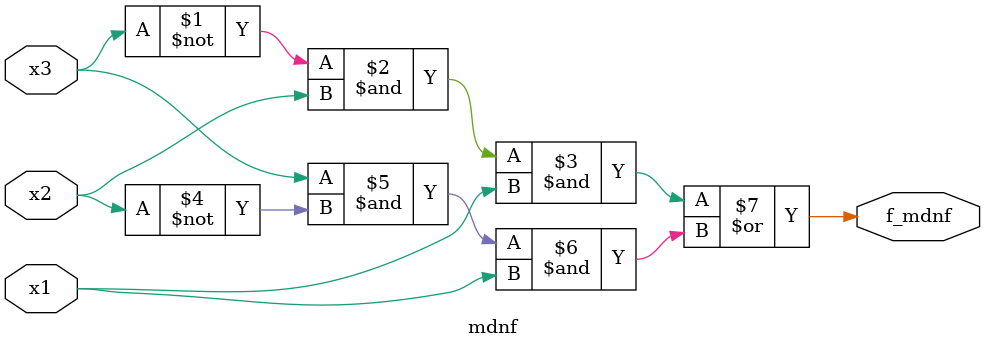
<source format=v>
module mdnf(x1, x2, x3, f_mdnf);
    input x1, x2, x3;
    output f_mdnf;

    assign f_mdnf = (~x3 & x2 & x1) | (x3 & ~x2 & x1);
endmodule

</source>
